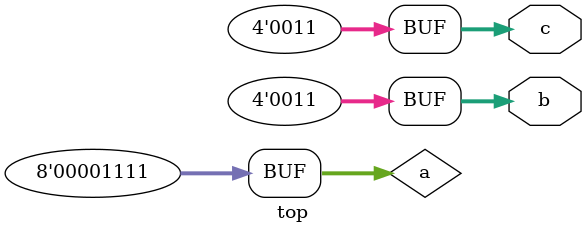
<source format=sv>
module top(output [3:0] b, output [3:0] c);
   reg [7:0] a;
   assign a = 8'h0F;
   assign b = a[2+:4];
   assign c = a[5-:4]; //a[5:5-4+1]
endmodule

</source>
